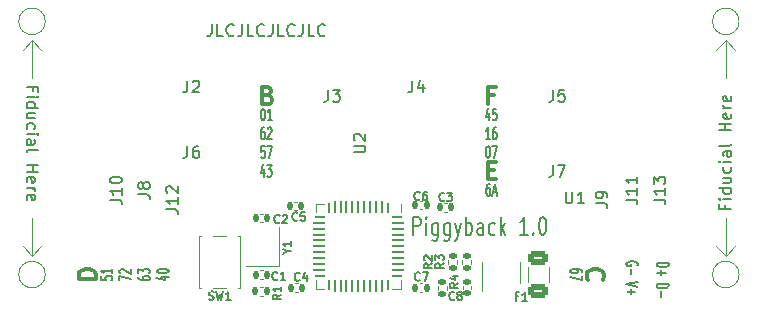
<source format=gto>
%TF.GenerationSoftware,KiCad,Pcbnew,(5.99.0-12112-g0cd8a4d846)*%
%TF.CreationDate,2021-10-21T21:26:21-04:00*%
%TF.ProjectId,Piggyback_1_0_PCB,50696767-7962-4616-936b-5f315f305f50,rev?*%
%TF.SameCoordinates,Original*%
%TF.FileFunction,Legend,Top*%
%TF.FilePolarity,Positive*%
%FSLAX46Y46*%
G04 Gerber Fmt 4.6, Leading zero omitted, Abs format (unit mm)*
G04 Created by KiCad (PCBNEW (5.99.0-12112-g0cd8a4d846)) date 2021-10-21 21:26:21*
%MOMM*%
%LPD*%
G01*
G04 APERTURE LIST*
G04 Aperture macros list*
%AMRoundRect*
0 Rectangle with rounded corners*
0 $1 Rounding radius*
0 $2 $3 $4 $5 $6 $7 $8 $9 X,Y pos of 4 corners*
0 Add a 4 corners polygon primitive as box body*
4,1,4,$2,$3,$4,$5,$6,$7,$8,$9,$2,$3,0*
0 Add four circle primitives for the rounded corners*
1,1,$1+$1,$2,$3*
1,1,$1+$1,$4,$5*
1,1,$1+$1,$6,$7*
1,1,$1+$1,$8,$9*
0 Add four rect primitives between the rounded corners*
20,1,$1+$1,$2,$3,$4,$5,0*
20,1,$1+$1,$4,$5,$6,$7,0*
20,1,$1+$1,$6,$7,$8,$9,0*
20,1,$1+$1,$8,$9,$2,$3,0*%
G04 Aperture macros list end*
%ADD10C,0.120000*%
%ADD11C,0.150000*%
%ADD12C,0.300000*%
%ADD13C,0.200000*%
%ADD14C,0.787400*%
%ADD15R,1.000000X1.150000*%
%ADD16RoundRect,0.140000X0.170000X-0.140000X0.170000X0.140000X-0.170000X0.140000X-0.170000X-0.140000X0*%
%ADD17RoundRect,0.140000X0.140000X0.170000X-0.140000X0.170000X-0.140000X-0.170000X0.140000X-0.170000X0*%
%ADD18RoundRect,0.140000X-0.140000X-0.170000X0.140000X-0.170000X0.140000X0.170000X-0.140000X0.170000X0*%
%ADD19RoundRect,0.135000X0.135000X0.185000X-0.135000X0.185000X-0.135000X-0.185000X0.135000X-0.185000X0*%
%ADD20RoundRect,0.135000X-0.185000X0.135000X-0.185000X-0.135000X0.185000X-0.135000X0.185000X0.135000X0*%
%ADD21R,0.650000X1.050000*%
%ADD22RoundRect,0.250000X-0.625000X0.375000X-0.625000X-0.375000X0.625000X-0.375000X0.625000X0.375000X0*%
%ADD23O,1.700000X1.700000*%
%ADD24C,1.700000*%
%ADD25R,0.650000X1.060000*%
%ADD26O,3.000000X1.700000*%
%ADD27O,1.700000X3.000000*%
%ADD28R,5.200000X5.200000*%
%ADD29RoundRect,0.062500X-0.375000X0.062500X-0.375000X-0.062500X0.375000X-0.062500X0.375000X0.062500X0*%
%ADD30RoundRect,0.062500X-0.475000X0.062500X-0.475000X-0.062500X0.475000X-0.062500X0.475000X0.062500X0*%
%ADD31RoundRect,0.062500X-0.062500X0.375000X-0.062500X-0.375000X0.062500X-0.375000X0.062500X0.375000X0*%
%ADD32RoundRect,0.062500X-0.062500X0.475000X-0.062500X-0.475000X0.062500X-0.475000X0.062500X0.475000X0*%
G04 APERTURE END LIST*
D10*
X57473782Y-64293750D02*
G75*
G03*
X57473782Y-64293750I-1122532J0D01*
G01*
X57473782Y-85725000D02*
G75*
G03*
X57473782Y-85725000I-1122532J0D01*
G01*
X116211282Y-85725000D02*
G75*
G03*
X116211282Y-85725000I-1122532J0D01*
G01*
X116211282Y-64293750D02*
G75*
G03*
X116211282Y-64293750I-1122532J0D01*
G01*
X56351250Y-84137500D02*
X57145000Y-83343750D01*
X56351250Y-84137500D02*
X55557500Y-83343750D01*
X56351250Y-80962500D02*
X56351250Y-84137500D01*
X56351250Y-65881250D02*
X57145000Y-66675000D01*
X56351250Y-65881250D02*
X55557500Y-66675000D01*
X56351250Y-69056250D02*
X56351250Y-65881250D01*
X115088750Y-84137500D02*
X114295000Y-83343750D01*
X115088750Y-84137500D02*
X115882500Y-83343750D01*
X115088750Y-80962500D02*
X115088750Y-84137500D01*
X115088750Y-65881250D02*
X114295000Y-66675000D01*
X115088750Y-65881250D02*
X115882500Y-66675000D01*
X115088750Y-69056250D02*
X115088750Y-65881250D01*
D11*
X56422678Y-70160119D02*
X56422678Y-69826785D01*
X55898869Y-69826785D02*
X56898869Y-69826785D01*
X56898869Y-70302976D01*
X55898869Y-70683928D02*
X56565535Y-70683928D01*
X56898869Y-70683928D02*
X56851250Y-70636309D01*
X56803630Y-70683928D01*
X56851250Y-70731547D01*
X56898869Y-70683928D01*
X56803630Y-70683928D01*
X55898869Y-71588690D02*
X56898869Y-71588690D01*
X55946488Y-71588690D02*
X55898869Y-71493452D01*
X55898869Y-71302976D01*
X55946488Y-71207738D01*
X55994107Y-71160119D01*
X56089345Y-71112500D01*
X56375059Y-71112500D01*
X56470297Y-71160119D01*
X56517916Y-71207738D01*
X56565535Y-71302976D01*
X56565535Y-71493452D01*
X56517916Y-71588690D01*
X56565535Y-72493452D02*
X55898869Y-72493452D01*
X56565535Y-72064880D02*
X56041726Y-72064880D01*
X55946488Y-72112500D01*
X55898869Y-72207738D01*
X55898869Y-72350595D01*
X55946488Y-72445833D01*
X55994107Y-72493452D01*
X55946488Y-73398214D02*
X55898869Y-73302976D01*
X55898869Y-73112500D01*
X55946488Y-73017261D01*
X55994107Y-72969642D01*
X56089345Y-72922023D01*
X56375059Y-72922023D01*
X56470297Y-72969642D01*
X56517916Y-73017261D01*
X56565535Y-73112500D01*
X56565535Y-73302976D01*
X56517916Y-73398214D01*
X55898869Y-73826785D02*
X56565535Y-73826785D01*
X56898869Y-73826785D02*
X56851250Y-73779166D01*
X56803630Y-73826785D01*
X56851250Y-73874404D01*
X56898869Y-73826785D01*
X56803630Y-73826785D01*
X55898869Y-74731547D02*
X56422678Y-74731547D01*
X56517916Y-74683928D01*
X56565535Y-74588690D01*
X56565535Y-74398214D01*
X56517916Y-74302976D01*
X55946488Y-74731547D02*
X55898869Y-74636309D01*
X55898869Y-74398214D01*
X55946488Y-74302976D01*
X56041726Y-74255357D01*
X56136964Y-74255357D01*
X56232202Y-74302976D01*
X56279821Y-74398214D01*
X56279821Y-74636309D01*
X56327440Y-74731547D01*
X55898869Y-75350595D02*
X55946488Y-75255357D01*
X56041726Y-75207738D01*
X56898869Y-75207738D01*
X55898869Y-76493452D02*
X56898869Y-76493452D01*
X56422678Y-76493452D02*
X56422678Y-77064880D01*
X55898869Y-77064880D02*
X56898869Y-77064880D01*
X55946488Y-77922023D02*
X55898869Y-77826785D01*
X55898869Y-77636309D01*
X55946488Y-77541071D01*
X56041726Y-77493452D01*
X56422678Y-77493452D01*
X56517916Y-77541071D01*
X56565535Y-77636309D01*
X56565535Y-77826785D01*
X56517916Y-77922023D01*
X56422678Y-77969642D01*
X56327440Y-77969642D01*
X56232202Y-77493452D01*
X55898869Y-78398214D02*
X56565535Y-78398214D01*
X56375059Y-78398214D02*
X56470297Y-78445833D01*
X56517916Y-78493452D01*
X56565535Y-78588690D01*
X56565535Y-78683928D01*
X55946488Y-79398214D02*
X55898869Y-79302976D01*
X55898869Y-79112500D01*
X55946488Y-79017261D01*
X56041726Y-78969642D01*
X56422678Y-78969642D01*
X56517916Y-79017261D01*
X56565535Y-79112500D01*
X56565535Y-79302976D01*
X56517916Y-79398214D01*
X56422678Y-79445833D01*
X56327440Y-79445833D01*
X56232202Y-78969642D01*
X115017321Y-79858630D02*
X115017321Y-80191964D01*
X115541130Y-80191964D02*
X114541130Y-80191964D01*
X114541130Y-79715773D01*
X115541130Y-79334821D02*
X114874464Y-79334821D01*
X114541130Y-79334821D02*
X114588750Y-79382440D01*
X114636369Y-79334821D01*
X114588750Y-79287202D01*
X114541130Y-79334821D01*
X114636369Y-79334821D01*
X115541130Y-78430059D02*
X114541130Y-78430059D01*
X115493511Y-78430059D02*
X115541130Y-78525297D01*
X115541130Y-78715773D01*
X115493511Y-78811011D01*
X115445892Y-78858630D01*
X115350654Y-78906250D01*
X115064940Y-78906250D01*
X114969702Y-78858630D01*
X114922083Y-78811011D01*
X114874464Y-78715773D01*
X114874464Y-78525297D01*
X114922083Y-78430059D01*
X114874464Y-77525297D02*
X115541130Y-77525297D01*
X114874464Y-77953869D02*
X115398273Y-77953869D01*
X115493511Y-77906250D01*
X115541130Y-77811011D01*
X115541130Y-77668154D01*
X115493511Y-77572916D01*
X115445892Y-77525297D01*
X115493511Y-76620535D02*
X115541130Y-76715773D01*
X115541130Y-76906250D01*
X115493511Y-77001488D01*
X115445892Y-77049107D01*
X115350654Y-77096726D01*
X115064940Y-77096726D01*
X114969702Y-77049107D01*
X114922083Y-77001488D01*
X114874464Y-76906250D01*
X114874464Y-76715773D01*
X114922083Y-76620535D01*
X115541130Y-76191964D02*
X114874464Y-76191964D01*
X114541130Y-76191964D02*
X114588750Y-76239583D01*
X114636369Y-76191964D01*
X114588750Y-76144345D01*
X114541130Y-76191964D01*
X114636369Y-76191964D01*
X115541130Y-75287202D02*
X115017321Y-75287202D01*
X114922083Y-75334821D01*
X114874464Y-75430059D01*
X114874464Y-75620535D01*
X114922083Y-75715773D01*
X115493511Y-75287202D02*
X115541130Y-75382440D01*
X115541130Y-75620535D01*
X115493511Y-75715773D01*
X115398273Y-75763392D01*
X115303035Y-75763392D01*
X115207797Y-75715773D01*
X115160178Y-75620535D01*
X115160178Y-75382440D01*
X115112559Y-75287202D01*
X115541130Y-74668154D02*
X115493511Y-74763392D01*
X115398273Y-74811011D01*
X114541130Y-74811011D01*
X115541130Y-73525297D02*
X114541130Y-73525297D01*
X115017321Y-73525297D02*
X115017321Y-72953869D01*
X115541130Y-72953869D02*
X114541130Y-72953869D01*
X115493511Y-72096726D02*
X115541130Y-72191964D01*
X115541130Y-72382440D01*
X115493511Y-72477678D01*
X115398273Y-72525297D01*
X115017321Y-72525297D01*
X114922083Y-72477678D01*
X114874464Y-72382440D01*
X114874464Y-72191964D01*
X114922083Y-72096726D01*
X115017321Y-72049107D01*
X115112559Y-72049107D01*
X115207797Y-72525297D01*
X115541130Y-71620535D02*
X114874464Y-71620535D01*
X115064940Y-71620535D02*
X114969702Y-71572916D01*
X114922083Y-71525297D01*
X114874464Y-71430059D01*
X114874464Y-71334821D01*
X115493511Y-70620535D02*
X115541130Y-70715773D01*
X115541130Y-70906250D01*
X115493511Y-71001488D01*
X115398273Y-71049107D01*
X115017321Y-71049107D01*
X114922083Y-71001488D01*
X114874464Y-70906250D01*
X114874464Y-70715773D01*
X114922083Y-70620535D01*
X115017321Y-70572916D01*
X115112559Y-70572916D01*
X115207797Y-71049107D01*
X71575952Y-64539880D02*
X71575952Y-65254166D01*
X71528333Y-65397023D01*
X71433095Y-65492261D01*
X71290238Y-65539880D01*
X71195000Y-65539880D01*
X72528333Y-65539880D02*
X72052142Y-65539880D01*
X72052142Y-64539880D01*
X73433095Y-65444642D02*
X73385476Y-65492261D01*
X73242619Y-65539880D01*
X73147380Y-65539880D01*
X73004523Y-65492261D01*
X72909285Y-65397023D01*
X72861666Y-65301785D01*
X72814047Y-65111309D01*
X72814047Y-64968452D01*
X72861666Y-64777976D01*
X72909285Y-64682738D01*
X73004523Y-64587500D01*
X73147380Y-64539880D01*
X73242619Y-64539880D01*
X73385476Y-64587500D01*
X73433095Y-64635119D01*
X74147380Y-64539880D02*
X74147380Y-65254166D01*
X74099761Y-65397023D01*
X74004523Y-65492261D01*
X73861666Y-65539880D01*
X73766428Y-65539880D01*
X75099761Y-65539880D02*
X74623571Y-65539880D01*
X74623571Y-64539880D01*
X76004523Y-65444642D02*
X75956904Y-65492261D01*
X75814047Y-65539880D01*
X75718809Y-65539880D01*
X75575952Y-65492261D01*
X75480714Y-65397023D01*
X75433095Y-65301785D01*
X75385476Y-65111309D01*
X75385476Y-64968452D01*
X75433095Y-64777976D01*
X75480714Y-64682738D01*
X75575952Y-64587500D01*
X75718809Y-64539880D01*
X75814047Y-64539880D01*
X75956904Y-64587500D01*
X76004523Y-64635119D01*
X76718809Y-64539880D02*
X76718809Y-65254166D01*
X76671190Y-65397023D01*
X76575952Y-65492261D01*
X76433095Y-65539880D01*
X76337857Y-65539880D01*
X77671190Y-65539880D02*
X77195000Y-65539880D01*
X77195000Y-64539880D01*
X78575952Y-65444642D02*
X78528333Y-65492261D01*
X78385476Y-65539880D01*
X78290238Y-65539880D01*
X78147380Y-65492261D01*
X78052142Y-65397023D01*
X78004523Y-65301785D01*
X77956904Y-65111309D01*
X77956904Y-64968452D01*
X78004523Y-64777976D01*
X78052142Y-64682738D01*
X78147380Y-64587500D01*
X78290238Y-64539880D01*
X78385476Y-64539880D01*
X78528333Y-64587500D01*
X78575952Y-64635119D01*
X79290238Y-64539880D02*
X79290238Y-65254166D01*
X79242619Y-65397023D01*
X79147380Y-65492261D01*
X79004523Y-65539880D01*
X78909285Y-65539880D01*
X80242619Y-65539880D02*
X79766428Y-65539880D01*
X79766428Y-64539880D01*
X81147380Y-65444642D02*
X81099761Y-65492261D01*
X80956904Y-65539880D01*
X80861666Y-65539880D01*
X80718809Y-65492261D01*
X80623571Y-65397023D01*
X80575952Y-65301785D01*
X80528333Y-65111309D01*
X80528333Y-64968452D01*
X80575952Y-64777976D01*
X80623571Y-64682738D01*
X80718809Y-64587500D01*
X80861666Y-64539880D01*
X80956904Y-64539880D01*
X81099761Y-64587500D01*
X81147380Y-64635119D01*
X109242027Y-84742681D02*
X110242027Y-84742681D01*
X110242027Y-84885538D01*
X110194408Y-84971253D01*
X110099169Y-85028395D01*
X110003931Y-85056967D01*
X109813455Y-85085538D01*
X109670598Y-85085538D01*
X109480122Y-85056967D01*
X109384884Y-85028395D01*
X109289646Y-84971253D01*
X109242027Y-84885538D01*
X109242027Y-84742681D01*
X109622979Y-85342681D02*
X109622979Y-85799824D01*
X109242027Y-85571253D02*
X110003931Y-85571253D01*
X109242027Y-86542681D02*
X110242027Y-86542681D01*
X110242027Y-86685538D01*
X110194408Y-86771253D01*
X110099169Y-86828395D01*
X110003931Y-86856967D01*
X109813455Y-86885538D01*
X109670598Y-86885538D01*
X109480122Y-86856967D01*
X109384884Y-86828395D01*
X109289646Y-86771253D01*
X109242027Y-86685538D01*
X109242027Y-86542681D01*
X109622979Y-87142681D02*
X109622979Y-87599824D01*
X62153630Y-85867857D02*
X62153630Y-86153571D01*
X62629821Y-86182142D01*
X62582202Y-86153571D01*
X62534583Y-86096428D01*
X62534583Y-85953571D01*
X62582202Y-85896428D01*
X62629821Y-85867857D01*
X62725059Y-85839285D01*
X62963154Y-85839285D01*
X63058392Y-85867857D01*
X63106011Y-85896428D01*
X63153630Y-85953571D01*
X63153630Y-86096428D01*
X63106011Y-86153571D01*
X63058392Y-86182142D01*
X63153630Y-85267857D02*
X63153630Y-85610714D01*
X63153630Y-85439285D02*
X62153630Y-85439285D01*
X62296488Y-85496428D01*
X62391726Y-85553571D01*
X62439345Y-85610714D01*
D12*
X76307142Y-70541607D02*
X76521428Y-70613035D01*
X76592857Y-70684464D01*
X76664285Y-70827321D01*
X76664285Y-71041607D01*
X76592857Y-71184464D01*
X76521428Y-71255892D01*
X76378571Y-71327321D01*
X75807142Y-71327321D01*
X75807142Y-69827321D01*
X76307142Y-69827321D01*
X76450000Y-69898750D01*
X76521428Y-69970178D01*
X76592857Y-70113035D01*
X76592857Y-70255892D01*
X76521428Y-70398750D01*
X76450000Y-70470178D01*
X76307142Y-70541607D01*
X75807142Y-70541607D01*
X103445535Y-86189285D02*
X103374107Y-86117857D01*
X103302678Y-85903571D01*
X103302678Y-85760714D01*
X103374107Y-85546428D01*
X103516964Y-85403571D01*
X103659821Y-85332142D01*
X103945535Y-85260714D01*
X104159821Y-85260714D01*
X104445535Y-85332142D01*
X104588392Y-85403571D01*
X104731250Y-85546428D01*
X104802678Y-85760714D01*
X104802678Y-85903571D01*
X104731250Y-86117857D01*
X104659821Y-86189285D01*
D11*
X76052142Y-74858630D02*
X75766428Y-74858630D01*
X75737857Y-75334821D01*
X75766428Y-75287202D01*
X75823571Y-75239583D01*
X75966428Y-75239583D01*
X76023571Y-75287202D01*
X76052142Y-75334821D01*
X76080714Y-75430059D01*
X76080714Y-75668154D01*
X76052142Y-75763392D01*
X76023571Y-75811011D01*
X75966428Y-75858630D01*
X75823571Y-75858630D01*
X75766428Y-75811011D01*
X75737857Y-75763392D01*
X76280714Y-74858630D02*
X76680714Y-74858630D01*
X76423571Y-75858630D01*
X65328630Y-85896428D02*
X65328630Y-86010714D01*
X65376250Y-86067857D01*
X65423869Y-86096428D01*
X65566726Y-86153571D01*
X65757202Y-86182142D01*
X66138154Y-86182142D01*
X66233392Y-86153571D01*
X66281011Y-86125000D01*
X66328630Y-86067857D01*
X66328630Y-85953571D01*
X66281011Y-85896428D01*
X66233392Y-85867857D01*
X66138154Y-85839285D01*
X65900059Y-85839285D01*
X65804821Y-85867857D01*
X65757202Y-85896428D01*
X65709583Y-85953571D01*
X65709583Y-86067857D01*
X65757202Y-86125000D01*
X65804821Y-86153571D01*
X65900059Y-86182142D01*
X65328630Y-85639285D02*
X65328630Y-85267857D01*
X65709583Y-85467857D01*
X65709583Y-85382142D01*
X65757202Y-85325000D01*
X65804821Y-85296428D01*
X65900059Y-85267857D01*
X66138154Y-85267857D01*
X66233392Y-85296428D01*
X66281011Y-85325000D01*
X66328630Y-85382142D01*
X66328630Y-85553571D01*
X66281011Y-85610714D01*
X66233392Y-85639285D01*
D12*
X61792321Y-86117857D02*
X60292321Y-86117857D01*
X60292321Y-85760714D01*
X60363750Y-85546428D01*
X60506607Y-85403571D01*
X60649464Y-85332142D01*
X60935178Y-85260714D01*
X61149464Y-85260714D01*
X61435178Y-85332142D01*
X61578035Y-85403571D01*
X61720892Y-85546428D01*
X61792321Y-85760714D01*
X61792321Y-86117857D01*
D11*
X95130714Y-74271130D02*
X94787857Y-74271130D01*
X94959285Y-74271130D02*
X94959285Y-73271130D01*
X94902142Y-73413988D01*
X94845000Y-73509226D01*
X94787857Y-73556845D01*
X95645000Y-73271130D02*
X95530714Y-73271130D01*
X95473571Y-73318750D01*
X95445000Y-73366369D01*
X95387857Y-73509226D01*
X95359285Y-73699702D01*
X95359285Y-74080654D01*
X95387857Y-74175892D01*
X95416428Y-74223511D01*
X95473571Y-74271130D01*
X95587857Y-74271130D01*
X95645000Y-74223511D01*
X95673571Y-74175892D01*
X95702142Y-74080654D01*
X95702142Y-73842559D01*
X95673571Y-73747321D01*
X95645000Y-73699702D01*
X95587857Y-73652083D01*
X95473571Y-73652083D01*
X95416428Y-73699702D01*
X95387857Y-73747321D01*
X95359285Y-73842559D01*
X107599131Y-84957880D02*
X107646750Y-84900737D01*
X107646750Y-84815023D01*
X107599131Y-84729309D01*
X107503892Y-84672166D01*
X107408654Y-84643594D01*
X107218178Y-84615023D01*
X107075321Y-84615023D01*
X106884845Y-84643594D01*
X106789607Y-84672166D01*
X106694369Y-84729309D01*
X106646750Y-84815023D01*
X106646750Y-84872166D01*
X106694369Y-84957880D01*
X106741988Y-84986451D01*
X107075321Y-84986451D01*
X107075321Y-84872166D01*
X107027702Y-85243594D02*
X107027702Y-85700737D01*
X107646750Y-86357880D02*
X106646750Y-86557880D01*
X107646750Y-86757880D01*
X107027702Y-86957880D02*
X107027702Y-87415023D01*
X106646750Y-87186451D02*
X107408654Y-87186451D01*
X102941369Y-85553571D02*
X102941369Y-85439285D01*
X102893750Y-85382142D01*
X102846130Y-85353571D01*
X102703273Y-85296428D01*
X102512797Y-85267857D01*
X102131845Y-85267857D01*
X102036607Y-85296428D01*
X101988988Y-85325000D01*
X101941369Y-85382142D01*
X101941369Y-85496428D01*
X101988988Y-85553571D01*
X102036607Y-85582142D01*
X102131845Y-85610714D01*
X102369940Y-85610714D01*
X102465178Y-85582142D01*
X102512797Y-85553571D01*
X102560416Y-85496428D01*
X102560416Y-85382142D01*
X102512797Y-85325000D01*
X102465178Y-85296428D01*
X102369940Y-85267857D01*
X102941369Y-85810714D02*
X102941369Y-86210714D01*
X101941369Y-85953571D01*
X76023571Y-76779464D02*
X76023571Y-77446130D01*
X75880714Y-76398511D02*
X75737857Y-77112797D01*
X76109285Y-77112797D01*
X76280714Y-76446130D02*
X76652142Y-76446130D01*
X76452142Y-76827083D01*
X76537857Y-76827083D01*
X76595000Y-76874702D01*
X76623571Y-76922321D01*
X76652142Y-77017559D01*
X76652142Y-77255654D01*
X76623571Y-77350892D01*
X76595000Y-77398511D01*
X76537857Y-77446130D01*
X76366428Y-77446130D01*
X76309285Y-77398511D01*
X76280714Y-77350892D01*
D12*
X94923571Y-76891607D02*
X95423571Y-76891607D01*
X95637857Y-77677321D02*
X94923571Y-77677321D01*
X94923571Y-76177321D01*
X95637857Y-76177321D01*
D11*
X94930714Y-74858630D02*
X94987857Y-74858630D01*
X95045000Y-74906250D01*
X95073571Y-74953869D01*
X95102142Y-75049107D01*
X95130714Y-75239583D01*
X95130714Y-75477678D01*
X95102142Y-75668154D01*
X95073571Y-75763392D01*
X95045000Y-75811011D01*
X94987857Y-75858630D01*
X94930714Y-75858630D01*
X94873571Y-75811011D01*
X94845000Y-75763392D01*
X94816428Y-75668154D01*
X94787857Y-75477678D01*
X94787857Y-75239583D01*
X94816428Y-75049107D01*
X94845000Y-74953869D01*
X94873571Y-74906250D01*
X94930714Y-74858630D01*
X95330714Y-74858630D02*
X95730714Y-74858630D01*
X95473571Y-75858630D01*
X95107142Y-78038630D02*
X94992857Y-78038630D01*
X94935714Y-78086250D01*
X94907142Y-78133869D01*
X94850000Y-78276726D01*
X94821428Y-78467202D01*
X94821428Y-78848154D01*
X94850000Y-78943392D01*
X94878571Y-78991011D01*
X94935714Y-79038630D01*
X95050000Y-79038630D01*
X95107142Y-78991011D01*
X95135714Y-78943392D01*
X95164285Y-78848154D01*
X95164285Y-78610059D01*
X95135714Y-78514821D01*
X95107142Y-78467202D01*
X95050000Y-78419583D01*
X94935714Y-78419583D01*
X94878571Y-78467202D01*
X94850000Y-78514821D01*
X94821428Y-78610059D01*
X95392857Y-78752916D02*
X95678571Y-78752916D01*
X95335714Y-79038630D02*
X95535714Y-78038630D01*
X95735714Y-79038630D01*
X95073571Y-72016964D02*
X95073571Y-72683630D01*
X94930714Y-71636011D02*
X94787857Y-72350297D01*
X95159285Y-72350297D01*
X95673571Y-71683630D02*
X95387857Y-71683630D01*
X95359285Y-72159821D01*
X95387857Y-72112202D01*
X95445000Y-72064583D01*
X95587857Y-72064583D01*
X95645000Y-72112202D01*
X95673571Y-72159821D01*
X95702142Y-72255059D01*
X95702142Y-72493154D01*
X95673571Y-72588392D01*
X95645000Y-72636011D01*
X95587857Y-72683630D01*
X95445000Y-72683630D01*
X95387857Y-72636011D01*
X95359285Y-72588392D01*
D13*
X88634393Y-82356727D02*
X88634393Y-80856727D01*
X89053440Y-80856727D01*
X89158202Y-80928156D01*
X89210583Y-80999584D01*
X89262964Y-81142441D01*
X89262964Y-81356727D01*
X89210583Y-81499584D01*
X89158202Y-81571013D01*
X89053440Y-81642441D01*
X88634393Y-81642441D01*
X89734393Y-82356727D02*
X89734393Y-81356727D01*
X89734393Y-80856727D02*
X89682012Y-80928156D01*
X89734393Y-80999584D01*
X89786774Y-80928156D01*
X89734393Y-80856727D01*
X89734393Y-80999584D01*
X90729631Y-81356727D02*
X90729631Y-82571013D01*
X90677250Y-82713870D01*
X90624869Y-82785298D01*
X90520107Y-82856727D01*
X90362964Y-82856727D01*
X90258202Y-82785298D01*
X90729631Y-82285298D02*
X90624869Y-82356727D01*
X90415345Y-82356727D01*
X90310583Y-82285298D01*
X90258202Y-82213870D01*
X90205821Y-82071013D01*
X90205821Y-81642441D01*
X90258202Y-81499584D01*
X90310583Y-81428156D01*
X90415345Y-81356727D01*
X90624869Y-81356727D01*
X90729631Y-81428156D01*
X91724869Y-81356727D02*
X91724869Y-82571013D01*
X91672488Y-82713870D01*
X91620107Y-82785298D01*
X91515345Y-82856727D01*
X91358202Y-82856727D01*
X91253440Y-82785298D01*
X91724869Y-82285298D02*
X91620107Y-82356727D01*
X91410583Y-82356727D01*
X91305821Y-82285298D01*
X91253440Y-82213870D01*
X91201059Y-82071013D01*
X91201059Y-81642441D01*
X91253440Y-81499584D01*
X91305821Y-81428156D01*
X91410583Y-81356727D01*
X91620107Y-81356727D01*
X91724869Y-81428156D01*
X92143916Y-81356727D02*
X92405821Y-82356727D01*
X92667726Y-81356727D02*
X92405821Y-82356727D01*
X92301059Y-82713870D01*
X92248678Y-82785298D01*
X92143916Y-82856727D01*
X93086774Y-82356727D02*
X93086774Y-80856727D01*
X93086774Y-81428156D02*
X93191535Y-81356727D01*
X93401059Y-81356727D01*
X93505821Y-81428156D01*
X93558202Y-81499584D01*
X93610583Y-81642441D01*
X93610583Y-82071013D01*
X93558202Y-82213870D01*
X93505821Y-82285298D01*
X93401059Y-82356727D01*
X93191535Y-82356727D01*
X93086774Y-82285298D01*
X94553440Y-82356727D02*
X94553440Y-81571013D01*
X94501059Y-81428156D01*
X94396297Y-81356727D01*
X94186774Y-81356727D01*
X94082012Y-81428156D01*
X94553440Y-82285298D02*
X94448678Y-82356727D01*
X94186774Y-82356727D01*
X94082012Y-82285298D01*
X94029631Y-82142441D01*
X94029631Y-81999584D01*
X94082012Y-81856727D01*
X94186774Y-81785298D01*
X94448678Y-81785298D01*
X94553440Y-81713870D01*
X95548678Y-82285298D02*
X95443916Y-82356727D01*
X95234393Y-82356727D01*
X95129631Y-82285298D01*
X95077250Y-82213870D01*
X95024869Y-82071013D01*
X95024869Y-81642441D01*
X95077250Y-81499584D01*
X95129631Y-81428156D01*
X95234393Y-81356727D01*
X95443916Y-81356727D01*
X95548678Y-81428156D01*
X96020107Y-82356727D02*
X96020107Y-80856727D01*
X96124869Y-81785298D02*
X96439155Y-82356727D01*
X96439155Y-81356727D02*
X96020107Y-81928156D01*
X98324869Y-82356727D02*
X97696297Y-82356727D01*
X98010583Y-82356727D02*
X98010583Y-80856727D01*
X97905821Y-81071013D01*
X97801059Y-81213870D01*
X97696297Y-81285298D01*
X98796297Y-82213870D02*
X98848678Y-82285298D01*
X98796297Y-82356727D01*
X98743916Y-82285298D01*
X98796297Y-82213870D01*
X98796297Y-82356727D01*
X99529631Y-80856727D02*
X99634393Y-80856727D01*
X99739155Y-80928156D01*
X99791535Y-80999584D01*
X99843916Y-81142441D01*
X99896297Y-81428156D01*
X99896297Y-81785298D01*
X99843916Y-82071013D01*
X99791535Y-82213870D01*
X99739155Y-82285298D01*
X99634393Y-82356727D01*
X99529631Y-82356727D01*
X99424869Y-82285298D01*
X99372488Y-82213870D01*
X99320107Y-82071013D01*
X99267726Y-81785298D01*
X99267726Y-81428156D01*
X99320107Y-81142441D01*
X99372488Y-80999584D01*
X99424869Y-80928156D01*
X99529631Y-80856727D01*
D11*
X63741130Y-86215714D02*
X63741130Y-85815714D01*
X64741130Y-86072857D01*
X63836369Y-85615714D02*
X63788750Y-85587142D01*
X63741130Y-85530000D01*
X63741130Y-85387142D01*
X63788750Y-85330000D01*
X63836369Y-85301428D01*
X63931607Y-85272857D01*
X64026845Y-85272857D01*
X64169702Y-85301428D01*
X64741130Y-85644285D01*
X64741130Y-85272857D01*
D12*
X95459285Y-70536607D02*
X94959285Y-70536607D01*
X94959285Y-71322321D02*
X94959285Y-69822321D01*
X95673571Y-69822321D01*
D11*
X67249464Y-85896428D02*
X67916130Y-85896428D01*
X66868511Y-86039285D02*
X67582797Y-86182142D01*
X67582797Y-85810714D01*
X66916130Y-85467857D02*
X66916130Y-85410714D01*
X66963750Y-85353571D01*
X67011369Y-85325000D01*
X67106607Y-85296428D01*
X67297083Y-85267857D01*
X67535178Y-85267857D01*
X67725654Y-85296428D01*
X67820892Y-85325000D01*
X67868511Y-85353571D01*
X67916130Y-85410714D01*
X67916130Y-85467857D01*
X67868511Y-85525000D01*
X67820892Y-85553571D01*
X67725654Y-85582142D01*
X67535178Y-85610714D01*
X67297083Y-85610714D01*
X67106607Y-85582142D01*
X67011369Y-85553571D01*
X66963750Y-85525000D01*
X66916130Y-85467857D01*
X75880714Y-71683630D02*
X75937857Y-71683630D01*
X75995000Y-71731250D01*
X76023571Y-71778869D01*
X76052142Y-71874107D01*
X76080714Y-72064583D01*
X76080714Y-72302678D01*
X76052142Y-72493154D01*
X76023571Y-72588392D01*
X75995000Y-72636011D01*
X75937857Y-72683630D01*
X75880714Y-72683630D01*
X75823571Y-72636011D01*
X75795000Y-72588392D01*
X75766428Y-72493154D01*
X75737857Y-72302678D01*
X75737857Y-72064583D01*
X75766428Y-71874107D01*
X75795000Y-71778869D01*
X75823571Y-71731250D01*
X75880714Y-71683630D01*
X76652142Y-72683630D02*
X76309285Y-72683630D01*
X76480714Y-72683630D02*
X76480714Y-71683630D01*
X76423571Y-71826488D01*
X76366428Y-71921726D01*
X76309285Y-71969345D01*
X76023571Y-73271130D02*
X75909285Y-73271130D01*
X75852142Y-73318750D01*
X75823571Y-73366369D01*
X75766428Y-73509226D01*
X75737857Y-73699702D01*
X75737857Y-74080654D01*
X75766428Y-74175892D01*
X75795000Y-74223511D01*
X75852142Y-74271130D01*
X75966428Y-74271130D01*
X76023571Y-74223511D01*
X76052142Y-74175892D01*
X76080714Y-74080654D01*
X76080714Y-73842559D01*
X76052142Y-73747321D01*
X76023571Y-73699702D01*
X75966428Y-73652083D01*
X75852142Y-73652083D01*
X75795000Y-73699702D01*
X75766428Y-73747321D01*
X75737857Y-73842559D01*
X76309285Y-73366369D02*
X76337857Y-73318750D01*
X76395000Y-73271130D01*
X76537857Y-73271130D01*
X76595000Y-73318750D01*
X76623571Y-73366369D01*
X76652142Y-73461607D01*
X76652142Y-73556845D01*
X76623571Y-73699702D01*
X76280714Y-74271130D01*
X76652142Y-74271130D01*
%TO.C,Y1*%
X77957628Y-83761855D02*
X78290961Y-83761855D01*
X77590961Y-83995188D02*
X77957628Y-83761855D01*
X77590961Y-83528522D01*
X78290961Y-82928522D02*
X78290961Y-83328522D01*
X78290961Y-83128522D02*
X77590961Y-83128522D01*
X77690961Y-83195188D01*
X77757628Y-83261855D01*
X77790961Y-83328522D01*
%TO.C,C8*%
X92102977Y-87811480D02*
X92069644Y-87844813D01*
X91969644Y-87878146D01*
X91902977Y-87878146D01*
X91802977Y-87844813D01*
X91736310Y-87778146D01*
X91702977Y-87711480D01*
X91669644Y-87578146D01*
X91669644Y-87478146D01*
X91702977Y-87344813D01*
X91736310Y-87278146D01*
X91802977Y-87211480D01*
X91902977Y-87178146D01*
X91969644Y-87178146D01*
X92069644Y-87211480D01*
X92102977Y-87244813D01*
X92502977Y-87478146D02*
X92436310Y-87444813D01*
X92402977Y-87411480D01*
X92369644Y-87344813D01*
X92369644Y-87311480D01*
X92402977Y-87244813D01*
X92436310Y-87211480D01*
X92502977Y-87178146D01*
X92636310Y-87178146D01*
X92702977Y-87211480D01*
X92736310Y-87244813D01*
X92769644Y-87311480D01*
X92769644Y-87344813D01*
X92736310Y-87411480D01*
X92702977Y-87444813D01*
X92636310Y-87478146D01*
X92502977Y-87478146D01*
X92436310Y-87511480D01*
X92402977Y-87544813D01*
X92369644Y-87611480D01*
X92369644Y-87744813D01*
X92402977Y-87811480D01*
X92436310Y-87844813D01*
X92502977Y-87878146D01*
X92636310Y-87878146D01*
X92702977Y-87844813D01*
X92736310Y-87811480D01*
X92769644Y-87744813D01*
X92769644Y-87611480D01*
X92736310Y-87544813D01*
X92702977Y-87511480D01*
X92636310Y-87478146D01*
%TO.C,C1*%
X77127242Y-86137475D02*
X77093909Y-86170808D01*
X76993909Y-86204141D01*
X76927242Y-86204141D01*
X76827242Y-86170808D01*
X76760575Y-86104141D01*
X76727242Y-86037475D01*
X76693909Y-85904141D01*
X76693909Y-85804141D01*
X76727242Y-85670808D01*
X76760575Y-85604141D01*
X76827242Y-85537475D01*
X76927242Y-85504141D01*
X76993909Y-85504141D01*
X77093909Y-85537475D01*
X77127242Y-85570808D01*
X77793909Y-86204141D02*
X77393909Y-86204141D01*
X77593909Y-86204141D02*
X77593909Y-85504141D01*
X77527242Y-85604141D01*
X77460575Y-85670808D01*
X77393909Y-85704141D01*
%TO.C,C4*%
X79008431Y-86197716D02*
X78975098Y-86231049D01*
X78875098Y-86264382D01*
X78808431Y-86264382D01*
X78708431Y-86231049D01*
X78641764Y-86164382D01*
X78608431Y-86097716D01*
X78575098Y-85964382D01*
X78575098Y-85864382D01*
X78608431Y-85731049D01*
X78641764Y-85664382D01*
X78708431Y-85597716D01*
X78808431Y-85564382D01*
X78875098Y-85564382D01*
X78975098Y-85597716D01*
X79008431Y-85631049D01*
X79608431Y-85797716D02*
X79608431Y-86264382D01*
X79441764Y-85531049D02*
X79275098Y-86031049D01*
X79708431Y-86031049D01*
%TO.C,C2*%
X77310972Y-81308926D02*
X77277639Y-81342259D01*
X77177639Y-81375592D01*
X77110972Y-81375592D01*
X77010972Y-81342259D01*
X76944305Y-81275592D01*
X76910972Y-81208926D01*
X76877639Y-81075592D01*
X76877639Y-80975592D01*
X76910972Y-80842259D01*
X76944305Y-80775592D01*
X77010972Y-80708926D01*
X77110972Y-80675592D01*
X77177639Y-80675592D01*
X77277639Y-80708926D01*
X77310972Y-80742259D01*
X77577639Y-80742259D02*
X77610972Y-80708926D01*
X77677639Y-80675592D01*
X77844305Y-80675592D01*
X77910972Y-80708926D01*
X77944305Y-80742259D01*
X77977639Y-80808926D01*
X77977639Y-80875592D01*
X77944305Y-80975592D01*
X77544305Y-81375592D01*
X77977639Y-81375592D01*
%TO.C,C5*%
X78805557Y-81098220D02*
X78772224Y-81131553D01*
X78672224Y-81164886D01*
X78605557Y-81164886D01*
X78505557Y-81131553D01*
X78438890Y-81064886D01*
X78405557Y-80998220D01*
X78372224Y-80864886D01*
X78372224Y-80764886D01*
X78405557Y-80631553D01*
X78438890Y-80564886D01*
X78505557Y-80498220D01*
X78605557Y-80464886D01*
X78672224Y-80464886D01*
X78772224Y-80498220D01*
X78805557Y-80531553D01*
X79438890Y-80464886D02*
X79105557Y-80464886D01*
X79072224Y-80798220D01*
X79105557Y-80764886D01*
X79172224Y-80731553D01*
X79338890Y-80731553D01*
X79405557Y-80764886D01*
X79438890Y-80798220D01*
X79472224Y-80864886D01*
X79472224Y-81031553D01*
X79438890Y-81098220D01*
X79405557Y-81131553D01*
X79338890Y-81164886D01*
X79172224Y-81164886D01*
X79105557Y-81131553D01*
X79072224Y-81098220D01*
%TO.C,C6*%
X89158333Y-79363176D02*
X89125000Y-79396509D01*
X89025000Y-79429842D01*
X88958333Y-79429842D01*
X88858333Y-79396509D01*
X88791666Y-79329842D01*
X88758333Y-79263176D01*
X88725000Y-79129842D01*
X88725000Y-79029842D01*
X88758333Y-78896509D01*
X88791666Y-78829842D01*
X88858333Y-78763176D01*
X88958333Y-78729842D01*
X89025000Y-78729842D01*
X89125000Y-78763176D01*
X89158333Y-78796509D01*
X89758333Y-78729842D02*
X89625000Y-78729842D01*
X89558333Y-78763176D01*
X89525000Y-78796509D01*
X89458333Y-78896509D01*
X89425000Y-79029842D01*
X89425000Y-79296509D01*
X89458333Y-79363176D01*
X89491666Y-79396509D01*
X89558333Y-79429842D01*
X89691666Y-79429842D01*
X89758333Y-79396509D01*
X89791666Y-79363176D01*
X89825000Y-79296509D01*
X89825000Y-79129842D01*
X89791666Y-79063176D01*
X89758333Y-79029842D01*
X89691666Y-78996509D01*
X89558333Y-78996509D01*
X89491666Y-79029842D01*
X89458333Y-79063176D01*
X89425000Y-79129842D01*
%TO.C,C3*%
X91258333Y-79432337D02*
X91225000Y-79465670D01*
X91125000Y-79499003D01*
X91058333Y-79499003D01*
X90958333Y-79465670D01*
X90891666Y-79399003D01*
X90858333Y-79332337D01*
X90825000Y-79199003D01*
X90825000Y-79099003D01*
X90858333Y-78965670D01*
X90891666Y-78899003D01*
X90958333Y-78832337D01*
X91058333Y-78799003D01*
X91125000Y-78799003D01*
X91225000Y-78832337D01*
X91258333Y-78865670D01*
X91491666Y-78799003D02*
X91925000Y-78799003D01*
X91691666Y-79065670D01*
X91791666Y-79065670D01*
X91858333Y-79099003D01*
X91891666Y-79132337D01*
X91925000Y-79199003D01*
X91925000Y-79365670D01*
X91891666Y-79432337D01*
X91858333Y-79465670D01*
X91791666Y-79499003D01*
X91591666Y-79499003D01*
X91525000Y-79465670D01*
X91491666Y-79432337D01*
%TO.C,R1*%
X77440696Y-87419944D02*
X77107363Y-87653278D01*
X77440696Y-87819944D02*
X76740696Y-87819944D01*
X76740696Y-87553278D01*
X76774030Y-87486611D01*
X76807363Y-87453278D01*
X76874030Y-87419944D01*
X76974030Y-87419944D01*
X77040696Y-87453278D01*
X77074030Y-87486611D01*
X77107363Y-87553278D01*
X77107363Y-87819944D01*
X77440696Y-86753278D02*
X77440696Y-87153278D01*
X77440696Y-86953278D02*
X76740696Y-86953278D01*
X76840696Y-87019944D01*
X76907363Y-87086611D01*
X76940696Y-87153278D01*
%TO.C,R4*%
X92434873Y-86451685D02*
X92101540Y-86685019D01*
X92434873Y-86851685D02*
X91734873Y-86851685D01*
X91734873Y-86585019D01*
X91768207Y-86518352D01*
X91801540Y-86485019D01*
X91868207Y-86451685D01*
X91968207Y-86451685D01*
X92034873Y-86485019D01*
X92068207Y-86518352D01*
X92101540Y-86585019D01*
X92101540Y-86851685D01*
X91968207Y-85851685D02*
X92434873Y-85851685D01*
X91701540Y-86018352D02*
X92201540Y-86185019D01*
X92201540Y-85751685D01*
%TO.C,SW1*%
X71318858Y-87826356D02*
X71418858Y-87859689D01*
X71585525Y-87859689D01*
X71652192Y-87826356D01*
X71685525Y-87793023D01*
X71718858Y-87726356D01*
X71718858Y-87659689D01*
X71685525Y-87593023D01*
X71652192Y-87559689D01*
X71585525Y-87526356D01*
X71452192Y-87493023D01*
X71385525Y-87459689D01*
X71352192Y-87426356D01*
X71318858Y-87359689D01*
X71318858Y-87293023D01*
X71352192Y-87226356D01*
X71385525Y-87193023D01*
X71452192Y-87159689D01*
X71618858Y-87159689D01*
X71718858Y-87193023D01*
X71952192Y-87159689D02*
X72118858Y-87859689D01*
X72252192Y-87359689D01*
X72385525Y-87859689D01*
X72552192Y-87159689D01*
X73185525Y-87859689D02*
X72785525Y-87859689D01*
X72985525Y-87859689D02*
X72985525Y-87159689D01*
X72918858Y-87259689D01*
X72852192Y-87326356D01*
X72785525Y-87359689D01*
%TO.C,F1*%
X97522916Y-87580000D02*
X97289583Y-87580000D01*
X97289583Y-87946666D02*
X97289583Y-87246666D01*
X97622916Y-87246666D01*
X98256250Y-87946666D02*
X97856250Y-87946666D01*
X98056250Y-87946666D02*
X98056250Y-87246666D01*
X97989583Y-87346666D01*
X97922916Y-87413333D01*
X97856250Y-87446666D01*
%TO.C,R3*%
X91200267Y-84760416D02*
X90866934Y-84993750D01*
X91200267Y-85160416D02*
X90500267Y-85160416D01*
X90500267Y-84893750D01*
X90533601Y-84827083D01*
X90566934Y-84793750D01*
X90633601Y-84760416D01*
X90733601Y-84760416D01*
X90800267Y-84793750D01*
X90833601Y-84827083D01*
X90866934Y-84893750D01*
X90866934Y-85160416D01*
X90500267Y-84527083D02*
X90500267Y-84093750D01*
X90766934Y-84327083D01*
X90766934Y-84227083D01*
X90800267Y-84160416D01*
X90833601Y-84127083D01*
X90900267Y-84093750D01*
X91066934Y-84093750D01*
X91133601Y-84127083D01*
X91166934Y-84160416D01*
X91200267Y-84227083D01*
X91200267Y-84427083D01*
X91166934Y-84493750D01*
X91133601Y-84527083D01*
%TO.C,R2*%
X90222289Y-84776581D02*
X89888956Y-85009915D01*
X90222289Y-85176581D02*
X89522289Y-85176581D01*
X89522289Y-84909915D01*
X89555623Y-84843248D01*
X89588956Y-84809915D01*
X89655623Y-84776581D01*
X89755623Y-84776581D01*
X89822289Y-84809915D01*
X89855623Y-84843248D01*
X89888956Y-84909915D01*
X89888956Y-85176581D01*
X89588956Y-84509915D02*
X89555623Y-84476581D01*
X89522289Y-84409915D01*
X89522289Y-84243248D01*
X89555623Y-84176581D01*
X89588956Y-84143248D01*
X89655623Y-84109915D01*
X89722289Y-84109915D01*
X89822289Y-84143248D01*
X90222289Y-84543248D01*
X90222289Y-84109915D01*
%TO.C,C7*%
X89194169Y-86168651D02*
X89160836Y-86201984D01*
X89060836Y-86235317D01*
X88994169Y-86235317D01*
X88894169Y-86201984D01*
X88827502Y-86135317D01*
X88794169Y-86068651D01*
X88760836Y-85935317D01*
X88760836Y-85835317D01*
X88794169Y-85701984D01*
X88827502Y-85635317D01*
X88894169Y-85568651D01*
X88994169Y-85535317D01*
X89060836Y-85535317D01*
X89160836Y-85568651D01*
X89194169Y-85601984D01*
X89427502Y-85535317D02*
X89894169Y-85535317D01*
X89594169Y-86235317D01*
%TO.C,J12*%
X67709880Y-80184523D02*
X68424166Y-80184523D01*
X68567023Y-80232142D01*
X68662261Y-80327380D01*
X68709880Y-80470238D01*
X68709880Y-80565476D01*
X68709880Y-79184523D02*
X68709880Y-79755952D01*
X68709880Y-79470238D02*
X67709880Y-79470238D01*
X67852738Y-79565476D01*
X67947976Y-79660714D01*
X67995595Y-79755952D01*
X67805119Y-78803571D02*
X67757500Y-78755952D01*
X67709880Y-78660714D01*
X67709880Y-78422619D01*
X67757500Y-78327380D01*
X67805119Y-78279761D01*
X67900357Y-78232142D01*
X67995595Y-78232142D01*
X68138452Y-78279761D01*
X68709880Y-78851190D01*
X68709880Y-78232142D01*
%TO.C,U1*%
X101538869Y-78705979D02*
X101538869Y-79515503D01*
X101586488Y-79610741D01*
X101634107Y-79658360D01*
X101729345Y-79705979D01*
X101919821Y-79705979D01*
X102015059Y-79658360D01*
X102062678Y-79610741D01*
X102110297Y-79515503D01*
X102110297Y-78705979D01*
X103110297Y-79705979D02*
X102538869Y-79705979D01*
X102824583Y-79705979D02*
X102824583Y-78705979D01*
X102729345Y-78848837D01*
X102634107Y-78944075D01*
X102538869Y-78991694D01*
%TO.C,J7*%
X100467916Y-76446130D02*
X100467916Y-77160416D01*
X100420297Y-77303273D01*
X100325059Y-77398511D01*
X100182202Y-77446130D01*
X100086964Y-77446130D01*
X100848869Y-76446130D02*
X101515535Y-76446130D01*
X101086964Y-77446130D01*
%TO.C,J5*%
X100467916Y-70096130D02*
X100467916Y-70810416D01*
X100420297Y-70953273D01*
X100325059Y-71048511D01*
X100182202Y-71096130D01*
X100086964Y-71096130D01*
X101420297Y-70096130D02*
X100944107Y-70096130D01*
X100896488Y-70572321D01*
X100944107Y-70524702D01*
X101039345Y-70477083D01*
X101277440Y-70477083D01*
X101372678Y-70524702D01*
X101420297Y-70572321D01*
X101467916Y-70667559D01*
X101467916Y-70905654D01*
X101420297Y-71000892D01*
X101372678Y-71048511D01*
X101277440Y-71096130D01*
X101039345Y-71096130D01*
X100944107Y-71048511D01*
X100896488Y-71000892D01*
%TO.C,J3*%
X81417916Y-70096130D02*
X81417916Y-70810416D01*
X81370297Y-70953273D01*
X81275059Y-71048511D01*
X81132202Y-71096130D01*
X81036964Y-71096130D01*
X81798869Y-70096130D02*
X82417916Y-70096130D01*
X82084583Y-70477083D01*
X82227440Y-70477083D01*
X82322678Y-70524702D01*
X82370297Y-70572321D01*
X82417916Y-70667559D01*
X82417916Y-70905654D01*
X82370297Y-71000892D01*
X82322678Y-71048511D01*
X82227440Y-71096130D01*
X81941726Y-71096130D01*
X81846488Y-71048511D01*
X81798869Y-71000892D01*
%TO.C,J4*%
X88561666Y-69302380D02*
X88561666Y-70016666D01*
X88514047Y-70159523D01*
X88418809Y-70254761D01*
X88275952Y-70302380D01*
X88180714Y-70302380D01*
X89466428Y-69635714D02*
X89466428Y-70302380D01*
X89228333Y-69254761D02*
X88990238Y-69969047D01*
X89609285Y-69969047D01*
%TO.C,J9*%
X104064880Y-79708333D02*
X104779166Y-79708333D01*
X104922023Y-79755952D01*
X105017261Y-79851190D01*
X105064880Y-79994047D01*
X105064880Y-80089285D01*
X105064880Y-79184523D02*
X105064880Y-78994047D01*
X105017261Y-78898809D01*
X104969642Y-78851190D01*
X104826785Y-78755952D01*
X104636309Y-78708333D01*
X104255357Y-78708333D01*
X104160119Y-78755952D01*
X104112500Y-78803571D01*
X104064880Y-78898809D01*
X104064880Y-79089285D01*
X104112500Y-79184523D01*
X104160119Y-79232142D01*
X104255357Y-79279761D01*
X104493452Y-79279761D01*
X104588690Y-79232142D01*
X104636309Y-79184523D01*
X104683928Y-79089285D01*
X104683928Y-78898809D01*
X104636309Y-78803571D01*
X104588690Y-78755952D01*
X104493452Y-78708333D01*
%TO.C,J8*%
X65328630Y-78914583D02*
X66042916Y-78914583D01*
X66185773Y-78962202D01*
X66281011Y-79057440D01*
X66328630Y-79200297D01*
X66328630Y-79295535D01*
X65757202Y-78295535D02*
X65709583Y-78390773D01*
X65661964Y-78438392D01*
X65566726Y-78486011D01*
X65519107Y-78486011D01*
X65423869Y-78438392D01*
X65376250Y-78390773D01*
X65328630Y-78295535D01*
X65328630Y-78105059D01*
X65376250Y-78009821D01*
X65423869Y-77962202D01*
X65519107Y-77914583D01*
X65566726Y-77914583D01*
X65661964Y-77962202D01*
X65709583Y-78009821D01*
X65757202Y-78105059D01*
X65757202Y-78295535D01*
X65804821Y-78390773D01*
X65852440Y-78438392D01*
X65947678Y-78486011D01*
X66138154Y-78486011D01*
X66233392Y-78438392D01*
X66281011Y-78390773D01*
X66328630Y-78295535D01*
X66328630Y-78105059D01*
X66281011Y-78009821D01*
X66233392Y-77962202D01*
X66138154Y-77914583D01*
X65947678Y-77914583D01*
X65852440Y-77962202D01*
X65804821Y-78009821D01*
X65757202Y-78105059D01*
%TO.C,J6*%
X69511666Y-74858630D02*
X69511666Y-75572916D01*
X69464047Y-75715773D01*
X69368809Y-75811011D01*
X69225952Y-75858630D01*
X69130714Y-75858630D01*
X70416428Y-74858630D02*
X70225952Y-74858630D01*
X70130714Y-74906250D01*
X70083095Y-74953869D01*
X69987857Y-75096726D01*
X69940238Y-75287202D01*
X69940238Y-75668154D01*
X69987857Y-75763392D01*
X70035476Y-75811011D01*
X70130714Y-75858630D01*
X70321190Y-75858630D01*
X70416428Y-75811011D01*
X70464047Y-75763392D01*
X70511666Y-75668154D01*
X70511666Y-75430059D01*
X70464047Y-75334821D01*
X70416428Y-75287202D01*
X70321190Y-75239583D01*
X70130714Y-75239583D01*
X70035476Y-75287202D01*
X69987857Y-75334821D01*
X69940238Y-75430059D01*
%TO.C,J10*%
X62947380Y-79390773D02*
X63661666Y-79390773D01*
X63804523Y-79438392D01*
X63899761Y-79533630D01*
X63947380Y-79676488D01*
X63947380Y-79771726D01*
X63947380Y-78390773D02*
X63947380Y-78962202D01*
X63947380Y-78676488D02*
X62947380Y-78676488D01*
X63090238Y-78771726D01*
X63185476Y-78866964D01*
X63233095Y-78962202D01*
X62947380Y-77771726D02*
X62947380Y-77676488D01*
X62995000Y-77581250D01*
X63042619Y-77533630D01*
X63137857Y-77486011D01*
X63328333Y-77438392D01*
X63566428Y-77438392D01*
X63756904Y-77486011D01*
X63852142Y-77533630D01*
X63899761Y-77581250D01*
X63947380Y-77676488D01*
X63947380Y-77771726D01*
X63899761Y-77866964D01*
X63852142Y-77914583D01*
X63756904Y-77962202D01*
X63566428Y-78009821D01*
X63328333Y-78009821D01*
X63137857Y-77962202D01*
X63042619Y-77914583D01*
X62995000Y-77866964D01*
X62947380Y-77771726D01*
%TO.C,J13*%
X108984880Y-79390773D02*
X109699166Y-79390773D01*
X109842023Y-79438392D01*
X109937261Y-79533630D01*
X109984880Y-79676488D01*
X109984880Y-79771726D01*
X109984880Y-78390773D02*
X109984880Y-78962202D01*
X109984880Y-78676488D02*
X108984880Y-78676488D01*
X109127738Y-78771726D01*
X109222976Y-78866964D01*
X109270595Y-78962202D01*
X108984880Y-78057440D02*
X108984880Y-77438392D01*
X109365833Y-77771726D01*
X109365833Y-77628869D01*
X109413452Y-77533630D01*
X109461071Y-77486011D01*
X109556309Y-77438392D01*
X109794404Y-77438392D01*
X109889642Y-77486011D01*
X109937261Y-77533630D01*
X109984880Y-77628869D01*
X109984880Y-77914583D01*
X109937261Y-78009821D01*
X109889642Y-78057440D01*
%TO.C,J2*%
X69511666Y-69302380D02*
X69511666Y-70016666D01*
X69464047Y-70159523D01*
X69368809Y-70254761D01*
X69225952Y-70302380D01*
X69130714Y-70302380D01*
X69940238Y-69397619D02*
X69987857Y-69350000D01*
X70083095Y-69302380D01*
X70321190Y-69302380D01*
X70416428Y-69350000D01*
X70464047Y-69397619D01*
X70511666Y-69492857D01*
X70511666Y-69588095D01*
X70464047Y-69730952D01*
X69892619Y-70302380D01*
X70511666Y-70302380D01*
%TO.C,U2*%
X83584880Y-75374404D02*
X84394404Y-75374404D01*
X84489642Y-75326785D01*
X84537261Y-75279166D01*
X84584880Y-75183928D01*
X84584880Y-74993452D01*
X84537261Y-74898214D01*
X84489642Y-74850595D01*
X84394404Y-74802976D01*
X83584880Y-74802976D01*
X83680119Y-74374404D02*
X83632500Y-74326785D01*
X83584880Y-74231547D01*
X83584880Y-73993452D01*
X83632500Y-73898214D01*
X83680119Y-73850595D01*
X83775357Y-73802976D01*
X83870595Y-73802976D01*
X84013452Y-73850595D01*
X84584880Y-74422023D01*
X84584880Y-73802976D01*
%TO.C,J11*%
X106603630Y-79390773D02*
X107317916Y-79390773D01*
X107460773Y-79438392D01*
X107556011Y-79533630D01*
X107603630Y-79676488D01*
X107603630Y-79771726D01*
X107603630Y-78390773D02*
X107603630Y-78962202D01*
X107603630Y-78676488D02*
X106603630Y-78676488D01*
X106746488Y-78771726D01*
X106841726Y-78866964D01*
X106889345Y-78962202D01*
X107603630Y-77438392D02*
X107603630Y-78009821D01*
X107603630Y-77724107D02*
X106603630Y-77724107D01*
X106746488Y-77819345D01*
X106841726Y-77914583D01*
X106889345Y-78009821D01*
D10*
%TO.C,Y1*%
X77275000Y-84993750D02*
X77275000Y-81693750D01*
X74475000Y-84993750D02*
X77275000Y-84993750D01*
%TO.C,C8*%
X92815000Y-86951586D02*
X92815000Y-86735914D01*
X93535000Y-86951586D02*
X93535000Y-86735914D01*
%TO.C,C1*%
X75882836Y-86103750D02*
X75667164Y-86103750D01*
X75882836Y-85383750D02*
X75667164Y-85383750D01*
%TO.C,C4*%
X78832836Y-87203750D02*
X78617164Y-87203750D01*
X78832836Y-86483750D02*
X78617164Y-86483750D01*
%TO.C,C2*%
X75882836Y-81303750D02*
X75667164Y-81303750D01*
X75882836Y-80583750D02*
X75667164Y-80583750D01*
%TO.C,C5*%
X78761295Y-79548459D02*
X78545623Y-79548459D01*
X78761295Y-80268459D02*
X78545623Y-80268459D01*
%TO.C,C6*%
X89167164Y-80203750D02*
X89382836Y-80203750D01*
X89167164Y-79483750D02*
X89382836Y-79483750D01*
%TO.C,C3*%
X91267164Y-79683750D02*
X91482836Y-79683750D01*
X91267164Y-80403750D02*
X91482836Y-80403750D01*
%TO.C,R1*%
X75928641Y-87523750D02*
X75621359Y-87523750D01*
X75928641Y-86763750D02*
X75621359Y-86763750D01*
%TO.C,R4*%
X90695000Y-86690109D02*
X90695000Y-86997391D01*
X91455000Y-86690109D02*
X91455000Y-86997391D01*
%TO.C,SW1*%
X70651250Y-82425000D02*
X70531250Y-82425000D01*
X70531250Y-82425000D02*
X70531250Y-86825000D01*
X70531250Y-86825000D02*
X70651250Y-86825000D01*
X73931250Y-86825000D02*
X73931250Y-82425000D01*
X72801250Y-82425000D02*
X71661250Y-82425000D01*
X73931250Y-82425000D02*
X73811250Y-82425000D01*
X73811250Y-86825000D02*
X73931250Y-86825000D01*
X71661250Y-86825000D02*
X72801250Y-86825000D01*
%TO.C,F1*%
X100128750Y-85122936D02*
X100128750Y-86327064D01*
X98308750Y-85122936D02*
X98308750Y-86327064D01*
%TO.C,R3*%
X92795000Y-84490109D02*
X92795000Y-84797391D01*
X93555000Y-84490109D02*
X93555000Y-84797391D01*
%TO.C,R2*%
X92355000Y-84490109D02*
X92355000Y-84797391D01*
X91595000Y-84490109D02*
X91595000Y-84797391D01*
%TO.C,C7*%
X89167164Y-87203750D02*
X89382836Y-87203750D01*
X89167164Y-86483750D02*
X89382836Y-86483750D01*
%TO.C,U1*%
X94433750Y-84630000D02*
X94433750Y-87080000D01*
X97653750Y-86430000D02*
X97653750Y-84630000D01*
%TO.C,U2*%
X87585000Y-80458750D02*
X87585000Y-79733750D01*
X80365000Y-80458750D02*
X80365000Y-79733750D01*
X80365000Y-79733750D02*
X81090000Y-79733750D01*
X87585000Y-86228750D02*
X87585000Y-86953750D01*
X87585000Y-86953750D02*
X86860000Y-86953750D01*
X80365000Y-86953750D02*
X81090000Y-86953750D01*
X80365000Y-86228750D02*
X80365000Y-86953750D01*
%TD*%
%LPC*%
D14*
%TO.C,REF\u002A\u002A*%
X59272250Y-63817500D03*
X59272250Y-62547500D03*
X59272250Y-65087500D03*
X59272250Y-66357500D03*
X59272250Y-67627500D03*
%TD*%
%TO.C,REF\u002A\u002A*%
X112167750Y-66357500D03*
X112167750Y-67627500D03*
X112167750Y-65087500D03*
X112167750Y-63817500D03*
X112167750Y-62547500D03*
%TD*%
%TO.C,REF\u002A\u002A*%
X112167750Y-87000000D03*
X112167750Y-88270000D03*
X112167750Y-85730000D03*
X112167750Y-84460000D03*
X112167750Y-83190000D03*
%TD*%
%TO.C,REF\u002A\u002A*%
X59272250Y-84455000D03*
X59272250Y-83185000D03*
X59272250Y-85725000D03*
X59272250Y-86995000D03*
X59272250Y-88265000D03*
%TD*%
%TO.C,REF\u002A\u002A*%
X96515000Y-68802250D03*
X97785000Y-68802250D03*
X95245000Y-68802250D03*
X93975000Y-68802250D03*
X92705000Y-68802250D03*
%TD*%
%TO.C,REF\u002A\u002A*%
X73655000Y-68802250D03*
X74925000Y-68802250D03*
X78735000Y-68802250D03*
X77465000Y-68802250D03*
X76195000Y-68802250D03*
%TD*%
D15*
%TO.C,Y1*%
X75175000Y-84218750D03*
X75175000Y-82468750D03*
X76575000Y-82468750D03*
X76575000Y-84218750D03*
%TD*%
D16*
%TO.C,C8*%
X93175000Y-86363750D03*
X93175000Y-87323750D03*
%TD*%
D17*
%TO.C,C1*%
X75295000Y-85743750D03*
X76255000Y-85743750D03*
%TD*%
%TO.C,C4*%
X78245000Y-86843750D03*
X79205000Y-86843750D03*
%TD*%
%TO.C,C2*%
X75295000Y-80943750D03*
X76255000Y-80943750D03*
%TD*%
%TO.C,C5*%
X78173459Y-79908459D03*
X79133459Y-79908459D03*
%TD*%
D18*
%TO.C,C6*%
X89755000Y-79843750D03*
X88795000Y-79843750D03*
%TD*%
%TO.C,C3*%
X91855000Y-80043750D03*
X90895000Y-80043750D03*
%TD*%
D19*
%TO.C,R1*%
X75265000Y-87143750D03*
X76285000Y-87143750D03*
%TD*%
D20*
%TO.C,R4*%
X91075000Y-87353750D03*
X91075000Y-86333750D03*
%TD*%
D21*
%TO.C,SW1*%
X73306250Y-82550000D03*
X73306250Y-86700000D03*
X71156250Y-82550000D03*
X71156250Y-86700000D03*
%TD*%
D22*
%TO.C,F1*%
X99218750Y-87125000D03*
X99218750Y-84325000D03*
%TD*%
D20*
%TO.C,R3*%
X93175000Y-85153750D03*
X93175000Y-84133750D03*
%TD*%
%TO.C,R2*%
X91975000Y-85153750D03*
X91975000Y-84133750D03*
%TD*%
D18*
%TO.C,C7*%
X89755000Y-86843750D03*
X88795000Y-86843750D03*
%TD*%
D23*
%TO.C,J12*%
X60473750Y-88106250D03*
X63013750Y-88106250D03*
X65553750Y-88106250D03*
D24*
X68093750Y-88106250D03*
%TD*%
D25*
%TO.C,U1*%
X95093750Y-84430000D03*
X96043750Y-84430000D03*
X96993750Y-84430000D03*
X96993750Y-86630000D03*
X96043750Y-86630000D03*
X95093750Y-86630000D03*
%TD*%
D23*
%TO.C,J7*%
X92868750Y-69998750D03*
X92868750Y-72538750D03*
X92868750Y-75078750D03*
D24*
X92868750Y-77618750D03*
%TD*%
D23*
%TO.C,J5*%
X97631250Y-77638750D03*
X97631250Y-75098750D03*
X97631250Y-72558750D03*
D24*
X97631250Y-70018750D03*
%TD*%
D23*
%TO.C,J3*%
X78581250Y-77638750D03*
X78581250Y-75098750D03*
X78581250Y-72558750D03*
D24*
X78581250Y-70018750D03*
%TD*%
D26*
%TO.C,J4*%
X97415000Y-77638750D03*
X93075000Y-77638750D03*
X97415000Y-75098750D03*
X93075000Y-75098750D03*
X97415000Y-72558750D03*
X93075000Y-72558750D03*
X97415000Y-70018750D03*
X93075000Y-70018750D03*
%TD*%
D23*
%TO.C,J9*%
X110976250Y-83343750D03*
X108436250Y-83343750D03*
X105896250Y-83343750D03*
D24*
X103356250Y-83343750D03*
%TD*%
D23*
%TO.C,J8*%
X68113750Y-83343750D03*
X65573750Y-83343750D03*
X63033750Y-83343750D03*
D24*
X60493750Y-83343750D03*
%TD*%
D23*
%TO.C,J6*%
X73818750Y-69998750D03*
X73818750Y-72538750D03*
X73818750Y-75078750D03*
D24*
X73818750Y-77618750D03*
%TD*%
D27*
%TO.C,J10*%
X68113750Y-83560000D03*
X68113750Y-87900000D03*
X65573750Y-83560000D03*
X65573750Y-87900000D03*
X63033750Y-83560000D03*
X63033750Y-87900000D03*
X60493750Y-83560000D03*
X60493750Y-87900000D03*
%TD*%
D23*
%TO.C,J13*%
X103336250Y-88106250D03*
X105876250Y-88106250D03*
X108416250Y-88106250D03*
D24*
X110956250Y-88106250D03*
%TD*%
D26*
%TO.C,J2*%
X78365000Y-77638750D03*
X74025000Y-77638750D03*
X78365000Y-75098750D03*
X74025000Y-75098750D03*
X78365000Y-72558750D03*
X74025000Y-72558750D03*
X78365000Y-70018750D03*
X74025000Y-70018750D03*
%TD*%
D28*
%TO.C,U2*%
X83975000Y-83343750D03*
D29*
X87212500Y-80843750D03*
D30*
X87312500Y-81343750D03*
X87312500Y-81843750D03*
X87312500Y-82343750D03*
X87312500Y-82843750D03*
X87312500Y-83343750D03*
X87312500Y-83843750D03*
X87312500Y-84343750D03*
X87312500Y-84843750D03*
X87312500Y-85343750D03*
D29*
X87212500Y-85843750D03*
D31*
X86475000Y-86581250D03*
D32*
X85975000Y-86681250D03*
X85475000Y-86681250D03*
X84975000Y-86681250D03*
X84475000Y-86681250D03*
X83975000Y-86681250D03*
X83475000Y-86681250D03*
X82975000Y-86681250D03*
X82475000Y-86681250D03*
X81975000Y-86681250D03*
D31*
X81475000Y-86581250D03*
D29*
X80737500Y-85843750D03*
D30*
X80637500Y-85343750D03*
X80637500Y-84843750D03*
X80637500Y-84343750D03*
X80637500Y-83843750D03*
X80637500Y-83343750D03*
X80637500Y-82843750D03*
X80637500Y-82343750D03*
X80637500Y-81843750D03*
X80637500Y-81343750D03*
D29*
X80737500Y-80843750D03*
D31*
X81475000Y-80106250D03*
D32*
X81975000Y-80006250D03*
X82475000Y-80006250D03*
X82975000Y-80006250D03*
X83475000Y-80006250D03*
X83975000Y-80006250D03*
X84475000Y-80006250D03*
X84975000Y-80006250D03*
X85475000Y-80006250D03*
X85975000Y-80006250D03*
D31*
X86475000Y-80106250D03*
%TD*%
D27*
%TO.C,J11*%
X110976250Y-83560000D03*
X110976250Y-87900000D03*
X108436250Y-83560000D03*
X108436250Y-87900000D03*
X105896250Y-83560000D03*
X105896250Y-87900000D03*
X103356250Y-83560000D03*
X103356250Y-87900000D03*
%TD*%
M02*

</source>
